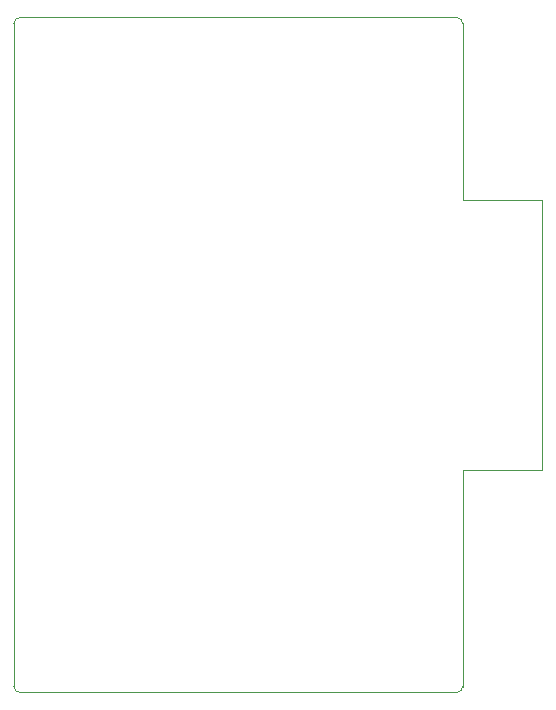
<source format=gm1>
G04 #@! TF.GenerationSoftware,KiCad,Pcbnew,7.0.5*
G04 #@! TF.CreationDate,2023-07-24T08:30:01+08:00*
G04 #@! TF.ProjectId,LM,4c4d2e6b-6963-4616-945f-706362585858,rev?*
G04 #@! TF.SameCoordinates,Original*
G04 #@! TF.FileFunction,Profile,NP*
%FSLAX46Y46*%
G04 Gerber Fmt 4.6, Leading zero omitted, Abs format (unit mm)*
G04 Created by KiCad (PCBNEW 7.0.5) date 2023-07-24 08:30:01*
%MOMM*%
%LPD*%
G01*
G04 APERTURE LIST*
G04 #@! TA.AperFunction,Profile*
%ADD10C,0.100000*%
G04 #@! TD*
G04 APERTURE END LIST*
D10*
X34845000Y-93215000D02*
G75*
G03*
X35345000Y-93715000I500001J1D01*
G01*
X72345000Y-93715000D02*
G75*
G03*
X72845000Y-93215000I-1J500001D01*
G01*
X72845000Y-37065000D02*
G75*
G03*
X72345000Y-36565000I-500001J-1D01*
G01*
X35345000Y-36565000D02*
G75*
G03*
X34845000Y-37065000I0J-500000D01*
G01*
X79570000Y-74870000D02*
X72845000Y-74870000D01*
X34845000Y-93215000D02*
X34845000Y-37065000D01*
X72345000Y-36565000D02*
X35345000Y-36565000D01*
X79570000Y-52010000D02*
X79570000Y-74870000D01*
X72345000Y-93715000D02*
X35345000Y-93715000D01*
X72845000Y-74870000D02*
X72845000Y-93215000D01*
X72845000Y-52010000D02*
X72845000Y-37065000D01*
X79570000Y-52010000D02*
X72845000Y-52010000D01*
M02*

</source>
